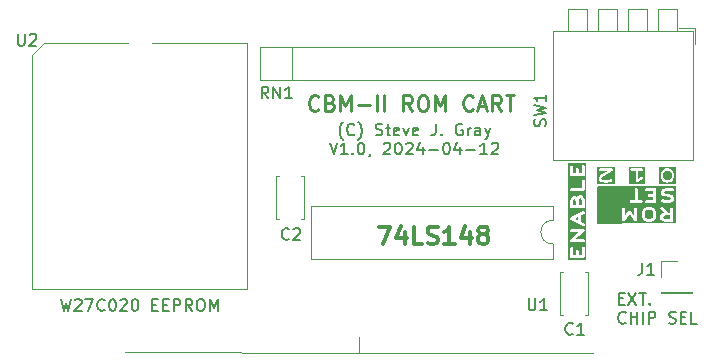
<source format=gbr>
%TF.GenerationSoftware,KiCad,Pcbnew,7.0.10*%
%TF.CreationDate,2024-04-12T13:43:35-04:00*%
%TF.ProjectId,cbm2romcart,63626d32-726f-46d6-9361-72742e6b6963,rev?*%
%TF.SameCoordinates,Original*%
%TF.FileFunction,Legend,Top*%
%TF.FilePolarity,Positive*%
%FSLAX46Y46*%
G04 Gerber Fmt 4.6, Leading zero omitted, Abs format (unit mm)*
G04 Created by KiCad (PCBNEW 7.0.10) date 2024-04-12 13:43:35*
%MOMM*%
%LPD*%
G01*
G04 APERTURE LIST*
%ADD10C,0.150000*%
%ADD11C,0.200000*%
%ADD12C,0.250000*%
%ADD13C,0.300000*%
%ADD14C,0.120000*%
%ADD15C,0.100000*%
G04 APERTURE END LIST*
D10*
X173964600Y-99161600D02*
X175844200Y-99161600D01*
X175844200Y-102158800D01*
X173964600Y-102158800D01*
X173964600Y-99161600D01*
G36*
X173964600Y-99161600D02*
G01*
X175844200Y-99161600D01*
X175844200Y-102158800D01*
X173964600Y-102158800D01*
X173964600Y-99161600D01*
G37*
D11*
G36*
X175342935Y-98911637D02*
G01*
X173869717Y-98911637D01*
X173869717Y-98478304D01*
X174012574Y-98478304D01*
X174013322Y-98480606D01*
X174012681Y-98482944D01*
X174022805Y-98509793D01*
X174031672Y-98537083D01*
X174033632Y-98538507D01*
X174034487Y-98540773D01*
X174110677Y-98636011D01*
X174124855Y-98645338D01*
X174135764Y-98658342D01*
X174211956Y-98705961D01*
X174224545Y-98709101D01*
X174235128Y-98716609D01*
X174387508Y-98764228D01*
X174402796Y-98764055D01*
X174417336Y-98768780D01*
X174798288Y-98768780D01*
X174812827Y-98764055D01*
X174828115Y-98764228D01*
X174980496Y-98716609D01*
X174991077Y-98709101D01*
X175003669Y-98705961D01*
X175079860Y-98658342D01*
X175119582Y-98610994D01*
X175123888Y-98549341D01*
X175091132Y-98496931D01*
X175033827Y-98473784D01*
X174973861Y-98488742D01*
X174908570Y-98529547D01*
X174783027Y-98568780D01*
X174432597Y-98568780D01*
X174307054Y-98529548D01*
X174256208Y-98497769D01*
X174212574Y-98443226D01*
X174212574Y-98408065D01*
X174264423Y-98310846D01*
X175156050Y-97753580D01*
X175158380Y-97750802D01*
X175161829Y-97749682D01*
X175178042Y-97727365D01*
X175195773Y-97706232D01*
X175196025Y-97702614D01*
X175198156Y-97699682D01*
X175198156Y-97672104D01*
X175200078Y-97644579D01*
X175198156Y-97641503D01*
X175198156Y-97637878D01*
X175181942Y-97615561D01*
X175167322Y-97592169D01*
X175163959Y-97590810D01*
X175161829Y-97587878D01*
X175135602Y-97579356D01*
X175110017Y-97569022D01*
X175106497Y-97569899D01*
X175103050Y-97568780D01*
X174112574Y-97568780D01*
X174053795Y-97587878D01*
X174017468Y-97637878D01*
X174017468Y-97699682D01*
X174053795Y-97749682D01*
X174112574Y-97768780D01*
X174754370Y-97768780D01*
X174135764Y-98155409D01*
X174119148Y-98175214D01*
X174100528Y-98193151D01*
X174024339Y-98336007D01*
X174020086Y-98359943D01*
X174012574Y-98383066D01*
X174012574Y-98478304D01*
X173869717Y-98478304D01*
X173869717Y-97425923D01*
X175342935Y-97425923D01*
X175342935Y-98911637D01*
G37*
D12*
G36*
X172275504Y-101981385D02*
G01*
X171965727Y-101826497D01*
X172275504Y-101671608D01*
X172275504Y-101981385D01*
G37*
G36*
X171975041Y-100199364D02*
G01*
X172001498Y-100239050D01*
X172037409Y-100346783D01*
X172037409Y-100701498D01*
X171811219Y-100701498D01*
X171811219Y-100346781D01*
X171847128Y-100239051D01*
X171873587Y-100199364D01*
X171918362Y-100165783D01*
X171930266Y-100165783D01*
X171975041Y-100199364D01*
G37*
G36*
X172498851Y-100127936D02*
G01*
X172525309Y-100167623D01*
X172561219Y-100275354D01*
X172561219Y-100701498D01*
X172287409Y-100701498D01*
X172287409Y-100340217D01*
X172326985Y-100162123D01*
X172349777Y-100127935D01*
X172394551Y-100094355D01*
X172454076Y-100094355D01*
X172498851Y-100127936D01*
G37*
G36*
X172954076Y-105308641D02*
G01*
X171418362Y-105308641D01*
X171418362Y-105040784D01*
X171561219Y-105040784D01*
X171563789Y-105049539D01*
X171562491Y-105058573D01*
X171573557Y-105082805D01*
X171581062Y-105108364D01*
X171587958Y-105114339D01*
X171591750Y-105122642D01*
X171614162Y-105137045D01*
X171634292Y-105154488D01*
X171643324Y-105155786D01*
X171651002Y-105160721D01*
X171686219Y-105165784D01*
X172686219Y-105165784D01*
X172694974Y-105163213D01*
X172704008Y-105164512D01*
X172728240Y-105153445D01*
X172753799Y-105145941D01*
X172759774Y-105139044D01*
X172768077Y-105135253D01*
X172782480Y-105112840D01*
X172799923Y-105092711D01*
X172801221Y-105083678D01*
X172806156Y-105076001D01*
X172811219Y-105040784D01*
X172811219Y-104326498D01*
X172791376Y-104258918D01*
X172738146Y-104212794D01*
X172668430Y-104202770D01*
X172604361Y-104232029D01*
X172566282Y-104291281D01*
X172561219Y-104326498D01*
X172561219Y-104915784D01*
X172287409Y-104915784D01*
X172287409Y-104540784D01*
X172267566Y-104473204D01*
X172214336Y-104427080D01*
X172144620Y-104417056D01*
X172080551Y-104446315D01*
X172042472Y-104505567D01*
X172037409Y-104540784D01*
X172037409Y-104915784D01*
X171811219Y-104915784D01*
X171811219Y-104326498D01*
X171791376Y-104258918D01*
X171738146Y-104212794D01*
X171668430Y-104202770D01*
X171604361Y-104232029D01*
X171566282Y-104291281D01*
X171561219Y-104326498D01*
X171561219Y-105040784D01*
X171418362Y-105040784D01*
X171418362Y-103701430D01*
X171562491Y-103701430D01*
X171566142Y-103709425D01*
X171566095Y-103718213D01*
X171580548Y-103740971D01*
X171591750Y-103765499D01*
X171599143Y-103770250D01*
X171603855Y-103777669D01*
X171628320Y-103789001D01*
X171651002Y-103803578D01*
X171663745Y-103805410D01*
X171667765Y-103807272D01*
X171672317Y-103806642D01*
X171686219Y-103808641D01*
X172686219Y-103808641D01*
X172753799Y-103788798D01*
X172799923Y-103735568D01*
X172809947Y-103665852D01*
X172780688Y-103601783D01*
X172721436Y-103563704D01*
X172686219Y-103558641D01*
X172024126Y-103558641D01*
X172767568Y-102921405D01*
X172782267Y-102898800D01*
X172799923Y-102878425D01*
X172801173Y-102869727D01*
X172805965Y-102862359D01*
X172806109Y-102835397D01*
X172809947Y-102808709D01*
X172806295Y-102800713D01*
X172806343Y-102791926D01*
X172791889Y-102769167D01*
X172780688Y-102744640D01*
X172773294Y-102739888D01*
X172768583Y-102732470D01*
X172744117Y-102721137D01*
X172721436Y-102706561D01*
X172708692Y-102704728D01*
X172704673Y-102702867D01*
X172700120Y-102703496D01*
X172686219Y-102701498D01*
X171686219Y-102701498D01*
X171618639Y-102721341D01*
X171572515Y-102774571D01*
X171562491Y-102844287D01*
X171591750Y-102908356D01*
X171651002Y-102946435D01*
X171686219Y-102951498D01*
X172348312Y-102951498D01*
X171604870Y-103588734D01*
X171590170Y-103611338D01*
X171572515Y-103631714D01*
X171571264Y-103640411D01*
X171566473Y-103647780D01*
X171566328Y-103674741D01*
X171562491Y-103701430D01*
X171418362Y-103701430D01*
X171418362Y-101830902D01*
X171561297Y-101830902D01*
X171565595Y-101843837D01*
X171565115Y-101857465D01*
X171576487Y-101876611D01*
X171583509Y-101897741D01*
X171594121Y-101906300D01*
X171601083Y-101918022D01*
X171630317Y-101938300D01*
X172630317Y-102438300D01*
X172699637Y-102450775D01*
X172764696Y-102423792D01*
X172804840Y-102365919D01*
X172807323Y-102295529D01*
X172771356Y-102234972D01*
X172742121Y-102214694D01*
X172525504Y-102106385D01*
X172525504Y-101546608D01*
X172742121Y-101438300D01*
X172793692Y-101390330D01*
X172811141Y-101322092D01*
X172788929Y-101255253D01*
X172734107Y-101211033D01*
X172664081Y-101203473D01*
X172630317Y-101214694D01*
X171630317Y-101714694D01*
X171620334Y-101723979D01*
X171607742Y-101729202D01*
X171595051Y-101747497D01*
X171578746Y-101762664D01*
X171575368Y-101775872D01*
X171567598Y-101787075D01*
X171566812Y-101809330D01*
X171561297Y-101830902D01*
X171418362Y-101830902D01*
X171418362Y-100826498D01*
X171561219Y-100826498D01*
X171563789Y-100835253D01*
X171562491Y-100844287D01*
X171573557Y-100868519D01*
X171581062Y-100894078D01*
X171587958Y-100900053D01*
X171591750Y-100908356D01*
X171614162Y-100922759D01*
X171634292Y-100940202D01*
X171643324Y-100941500D01*
X171651002Y-100946435D01*
X171686219Y-100951498D01*
X172686219Y-100951498D01*
X172694974Y-100948927D01*
X172704008Y-100950226D01*
X172728240Y-100939159D01*
X172753799Y-100931655D01*
X172759774Y-100924758D01*
X172768077Y-100920967D01*
X172782480Y-100898554D01*
X172799923Y-100878425D01*
X172801221Y-100869392D01*
X172806156Y-100861715D01*
X172811219Y-100826498D01*
X172811219Y-100255069D01*
X172810559Y-100252822D01*
X172811138Y-100250551D01*
X172804804Y-100215540D01*
X172757185Y-100072684D01*
X172756053Y-100071056D01*
X172742606Y-100042874D01*
X172694986Y-99971445D01*
X172692325Y-99969216D01*
X172691115Y-99965963D01*
X172665980Y-99940783D01*
X172570742Y-99869355D01*
X172549784Y-99861516D01*
X172530959Y-99849418D01*
X172508994Y-99846260D01*
X172504772Y-99844681D01*
X172502074Y-99845265D01*
X172495742Y-99844355D01*
X172352885Y-99844355D01*
X172331417Y-99850658D01*
X172309097Y-99852275D01*
X172289629Y-99862928D01*
X172285305Y-99864198D01*
X172283497Y-99866283D01*
X172277885Y-99869355D01*
X172182647Y-99940783D01*
X172180569Y-99943563D01*
X172177388Y-99944952D01*
X172153641Y-99971446D01*
X172131699Y-100004358D01*
X172046933Y-99940783D01*
X172025975Y-99932944D01*
X172007150Y-99920846D01*
X171985186Y-99917688D01*
X171980964Y-99916109D01*
X171978265Y-99916693D01*
X171971933Y-99915783D01*
X171876695Y-99915783D01*
X171855227Y-99922086D01*
X171832906Y-99923703D01*
X171813438Y-99934356D01*
X171809115Y-99935626D01*
X171807308Y-99937711D01*
X171801695Y-99940783D01*
X171706457Y-100012212D01*
X171704379Y-100014992D01*
X171701198Y-100016381D01*
X171677451Y-100042875D01*
X171629831Y-100114304D01*
X171629239Y-100116200D01*
X171615252Y-100144113D01*
X171567634Y-100286970D01*
X171567549Y-100289308D01*
X171566282Y-100291281D01*
X171561219Y-100326498D01*
X171561219Y-100826498D01*
X171418362Y-100826498D01*
X171418362Y-99344287D01*
X171562491Y-99344287D01*
X171591750Y-99408356D01*
X171651002Y-99446435D01*
X171686219Y-99451498D01*
X172686219Y-99451498D01*
X172694974Y-99448927D01*
X172704008Y-99450226D01*
X172728240Y-99439159D01*
X172753799Y-99431655D01*
X172759774Y-99424758D01*
X172768077Y-99420967D01*
X172782480Y-99398554D01*
X172799923Y-99378425D01*
X172801221Y-99369392D01*
X172806156Y-99361715D01*
X172811219Y-99326498D01*
X172811219Y-98612212D01*
X172791376Y-98544632D01*
X172738146Y-98498508D01*
X172668430Y-98488484D01*
X172604361Y-98517743D01*
X172566282Y-98576995D01*
X172561219Y-98612212D01*
X172561219Y-99201498D01*
X171686219Y-99201498D01*
X171618639Y-99221341D01*
X171572515Y-99274571D01*
X171562491Y-99344287D01*
X171418362Y-99344287D01*
X171418362Y-98112212D01*
X171561219Y-98112212D01*
X171563789Y-98120967D01*
X171562491Y-98130001D01*
X171573557Y-98154233D01*
X171581062Y-98179792D01*
X171587958Y-98185767D01*
X171591750Y-98194070D01*
X171614162Y-98208473D01*
X171634292Y-98225916D01*
X171643324Y-98227214D01*
X171651002Y-98232149D01*
X171686219Y-98237212D01*
X172686219Y-98237212D01*
X172694974Y-98234641D01*
X172704008Y-98235940D01*
X172728240Y-98224873D01*
X172753799Y-98217369D01*
X172759774Y-98210472D01*
X172768077Y-98206681D01*
X172782480Y-98184268D01*
X172799923Y-98164139D01*
X172801221Y-98155106D01*
X172806156Y-98147429D01*
X172811219Y-98112212D01*
X172811219Y-97397926D01*
X172791376Y-97330346D01*
X172738146Y-97284222D01*
X172668430Y-97274198D01*
X172604361Y-97303457D01*
X172566282Y-97362709D01*
X172561219Y-97397926D01*
X172561219Y-97987212D01*
X172287409Y-97987212D01*
X172287409Y-97612212D01*
X172267566Y-97544632D01*
X172214336Y-97498508D01*
X172144620Y-97488484D01*
X172080551Y-97517743D01*
X172042472Y-97576995D01*
X172037409Y-97612212D01*
X172037409Y-97987212D01*
X171811219Y-97987212D01*
X171811219Y-97397926D01*
X171791376Y-97330346D01*
X171738146Y-97284222D01*
X171668430Y-97274198D01*
X171604361Y-97303457D01*
X171566282Y-97362709D01*
X171561219Y-97397926D01*
X171561219Y-98112212D01*
X171418362Y-98112212D01*
X171418362Y-97131341D01*
X172954076Y-97131341D01*
X172954076Y-105308641D01*
G37*
D11*
G36*
X179988589Y-97808013D02*
G01*
X180039433Y-97839790D01*
X180095724Y-97910153D01*
X180159260Y-98068992D01*
X180159260Y-98268568D01*
X180095724Y-98427407D01*
X180039433Y-98497770D01*
X179988589Y-98529547D01*
X179863046Y-98568780D01*
X179741187Y-98568780D01*
X179615644Y-98529548D01*
X179564799Y-98497769D01*
X179508508Y-98427405D01*
X179444974Y-98268569D01*
X179444974Y-98068991D01*
X179508508Y-97910155D01*
X179564799Y-97839791D01*
X179615643Y-97808013D01*
X179741188Y-97768780D01*
X179863045Y-97768780D01*
X179988589Y-97808013D01*
G37*
G36*
X180502117Y-98911637D02*
G01*
X179102117Y-98911637D01*
X179102117Y-98287828D01*
X179244974Y-98287828D01*
X179250862Y-98305950D01*
X179252126Y-98324967D01*
X179328316Y-98515443D01*
X179337831Y-98526863D01*
X179343077Y-98540774D01*
X179419269Y-98636012D01*
X179433445Y-98645338D01*
X179444355Y-98658342D01*
X179520545Y-98705961D01*
X179533136Y-98709101D01*
X179543718Y-98716609D01*
X179696098Y-98764228D01*
X179711386Y-98764055D01*
X179725926Y-98768780D01*
X179878307Y-98768780D01*
X179892846Y-98764055D01*
X179908134Y-98764228D01*
X180060515Y-98716609D01*
X180071096Y-98709101D01*
X180083688Y-98705961D01*
X180159879Y-98658342D01*
X180170787Y-98645338D01*
X180184966Y-98636011D01*
X180261156Y-98540773D01*
X180266400Y-98526864D01*
X180275917Y-98515443D01*
X180352108Y-98324967D01*
X180353371Y-98305950D01*
X180359260Y-98287828D01*
X180359260Y-98049733D01*
X180353371Y-98031610D01*
X180352108Y-98012594D01*
X180275917Y-97822118D01*
X180266400Y-97810696D01*
X180261156Y-97796788D01*
X180184966Y-97701550D01*
X180170787Y-97692222D01*
X180159879Y-97679219D01*
X180083688Y-97631600D01*
X180071098Y-97628459D01*
X180060516Y-97620952D01*
X179908135Y-97573332D01*
X179892846Y-97573504D01*
X179878307Y-97568780D01*
X179725926Y-97568780D01*
X179711386Y-97573504D01*
X179696098Y-97573332D01*
X179543717Y-97620952D01*
X179533134Y-97628459D01*
X179520545Y-97631600D01*
X179444355Y-97679219D01*
X179433445Y-97692222D01*
X179419269Y-97701549D01*
X179343077Y-97796787D01*
X179337831Y-97810697D01*
X179328316Y-97822118D01*
X179252126Y-98012594D01*
X179250862Y-98031610D01*
X179244974Y-98049733D01*
X179244974Y-98287828D01*
X179102117Y-98287828D01*
X179102117Y-97425923D01*
X180502117Y-97425923D01*
X180502117Y-98911637D01*
G37*
D12*
G36*
X178475716Y-101118691D02*
G01*
X178571099Y-101182279D01*
X178620412Y-101313779D01*
X178620412Y-101601781D01*
X178571099Y-101733281D01*
X178475717Y-101796869D01*
X178367986Y-101832780D01*
X178122841Y-101832780D01*
X178015108Y-101796870D01*
X177919724Y-101733280D01*
X177870412Y-101601779D01*
X177870412Y-101313781D01*
X177919724Y-101182280D01*
X178015108Y-101118691D01*
X178122839Y-101082780D01*
X178367985Y-101082780D01*
X178475716Y-101118691D01*
G37*
G36*
X180048984Y-101832780D02*
G01*
X179622841Y-101832780D01*
X179515107Y-101796869D01*
X179475421Y-101770412D01*
X179441841Y-101725637D01*
X179441841Y-101666113D01*
X179475421Y-101621338D01*
X179515107Y-101594881D01*
X179622841Y-101558971D01*
X180048984Y-101558971D01*
X180048984Y-101832780D01*
G37*
G36*
X180513269Y-102225637D02*
G01*
X175834698Y-102225637D01*
X175834698Y-101957780D01*
X175977555Y-101957780D01*
X175986808Y-101989293D01*
X175994810Y-102021152D01*
X175996676Y-102022903D01*
X175997398Y-102025360D01*
X176022221Y-102046869D01*
X176046175Y-102069343D01*
X176048692Y-102069807D01*
X176050628Y-102071484D01*
X176083132Y-102076157D01*
X176115441Y-102082115D01*
X176117811Y-102081143D01*
X176120344Y-102081508D01*
X176150213Y-102067867D01*
X176180616Y-102055410D01*
X176182958Y-102052913D01*
X176184413Y-102052249D01*
X176186221Y-102049435D01*
X176204959Y-102029463D01*
X176602555Y-101461469D01*
X177000151Y-102029463D01*
X177025802Y-102049972D01*
X177050628Y-102071484D01*
X177053162Y-102071848D01*
X177055162Y-102073447D01*
X177087824Y-102076832D01*
X177120344Y-102081508D01*
X177122673Y-102080444D01*
X177125220Y-102080708D01*
X177154528Y-102065896D01*
X177184413Y-102052249D01*
X177185797Y-102050094D01*
X177188082Y-102048940D01*
X177204728Y-102020637D01*
X177222492Y-101992997D01*
X177222979Y-101989607D01*
X177223790Y-101988229D01*
X177223657Y-101984887D01*
X177227555Y-101957780D01*
X177227555Y-101624447D01*
X177620412Y-101624447D01*
X177621740Y-101628972D01*
X177620746Y-101633585D01*
X177628371Y-101668338D01*
X177699800Y-101858814D01*
X177712530Y-101875756D01*
X177721010Y-101895182D01*
X177739739Y-101911969D01*
X177742109Y-101915124D01*
X177744069Y-101915851D01*
X177747503Y-101918929D01*
X177890361Y-102014167D01*
X177892253Y-102014757D01*
X177920170Y-102028746D01*
X178063026Y-102076365D01*
X178065365Y-102076449D01*
X178067338Y-102077717D01*
X178102555Y-102082780D01*
X178388269Y-102082780D01*
X178390515Y-102082120D01*
X178392786Y-102082699D01*
X178427797Y-102076365D01*
X178570655Y-102028747D01*
X178572289Y-102027611D01*
X178600465Y-102014167D01*
X178743322Y-101918929D01*
X178756929Y-101902681D01*
X178773919Y-101890010D01*
X178786010Y-101867958D01*
X178788545Y-101864932D01*
X178788807Y-101862856D01*
X178791025Y-101858813D01*
X178825341Y-101767304D01*
X179191841Y-101767304D01*
X179198144Y-101788771D01*
X179199761Y-101811092D01*
X179210414Y-101830559D01*
X179211684Y-101834884D01*
X179213769Y-101836691D01*
X179216841Y-101842304D01*
X179288269Y-101937542D01*
X179291049Y-101939619D01*
X179292438Y-101942801D01*
X179318932Y-101966549D01*
X179390361Y-102014168D01*
X179392258Y-102014759D01*
X179420170Y-102028746D01*
X179563026Y-102076365D01*
X179565365Y-102076449D01*
X179567338Y-102077717D01*
X179602555Y-102082780D01*
X180173984Y-102082780D01*
X180182739Y-102080209D01*
X180191773Y-102081508D01*
X180216005Y-102070441D01*
X180241564Y-102062937D01*
X180247539Y-102056040D01*
X180255842Y-102052249D01*
X180270245Y-102029836D01*
X180287688Y-102009707D01*
X180288986Y-102000674D01*
X180293921Y-101992997D01*
X180298984Y-101957780D01*
X180298984Y-100957780D01*
X180279141Y-100890200D01*
X180225911Y-100844076D01*
X180156195Y-100834052D01*
X180092126Y-100863311D01*
X180054047Y-100922563D01*
X180048984Y-100957780D01*
X180048984Y-101308971D01*
X179866841Y-101308971D01*
X179403048Y-100867263D01*
X179340426Y-100835025D01*
X179270315Y-100841761D01*
X179214977Y-100885332D01*
X179191979Y-100951905D01*
X179208624Y-101020343D01*
X179230634Y-101048297D01*
X179524544Y-101328213D01*
X179420170Y-101363005D01*
X179418542Y-101364135D01*
X179390361Y-101377583D01*
X179318932Y-101425202D01*
X179316702Y-101427863D01*
X179313449Y-101429074D01*
X179288269Y-101454209D01*
X179216841Y-101549447D01*
X179209002Y-101570404D01*
X179196904Y-101589230D01*
X179193746Y-101611194D01*
X179192167Y-101615417D01*
X179192751Y-101618114D01*
X179191841Y-101624447D01*
X179191841Y-101767304D01*
X178825341Y-101767304D01*
X178862453Y-101668337D01*
X178862797Y-101663633D01*
X178865349Y-101659664D01*
X178870412Y-101624447D01*
X178870412Y-101291114D01*
X178869083Y-101286588D01*
X178870078Y-101281976D01*
X178862453Y-101247224D01*
X178791025Y-101056748D01*
X178778297Y-101039807D01*
X178769816Y-101020379D01*
X178751085Y-101003590D01*
X178748717Y-101000438D01*
X178746757Y-100999710D01*
X178743322Y-100996632D01*
X178600465Y-100901394D01*
X178598568Y-100900802D01*
X178570656Y-100886815D01*
X178427798Y-100839195D01*
X178425458Y-100839110D01*
X178423486Y-100837843D01*
X178388269Y-100832780D01*
X178102555Y-100832780D01*
X178100308Y-100833439D01*
X178098037Y-100832861D01*
X178063026Y-100839195D01*
X177920169Y-100886815D01*
X177918541Y-100887946D01*
X177890361Y-100901394D01*
X177747503Y-100996632D01*
X177733897Y-101012877D01*
X177716906Y-101025550D01*
X177704813Y-101047604D01*
X177702280Y-101050629D01*
X177702017Y-101052703D01*
X177699800Y-101056747D01*
X177628371Y-101247223D01*
X177628026Y-101251927D01*
X177625475Y-101255897D01*
X177620412Y-101291114D01*
X177620412Y-101624447D01*
X177227555Y-101624447D01*
X177227555Y-100957780D01*
X177207712Y-100890200D01*
X177154482Y-100844076D01*
X177084766Y-100834052D01*
X177020697Y-100863311D01*
X176982618Y-100922563D01*
X176977555Y-100957780D01*
X176977555Y-101561234D01*
X176704959Y-101171812D01*
X176681159Y-101152782D01*
X176658935Y-101131932D01*
X176653925Y-101131008D01*
X176649948Y-101127828D01*
X176619638Y-101124686D01*
X176589669Y-101119161D01*
X176584955Y-101121092D01*
X176579890Y-101120567D01*
X176552690Y-101134312D01*
X176524494Y-101145865D01*
X176519684Y-101150991D01*
X176517028Y-101152334D01*
X176514680Y-101156324D01*
X176500151Y-101171812D01*
X176227555Y-101561234D01*
X176227555Y-100957780D01*
X176207712Y-100890200D01*
X176154482Y-100844076D01*
X176084766Y-100834052D01*
X176020697Y-100863311D01*
X175982618Y-100922563D01*
X175977555Y-100957780D01*
X175977555Y-101957780D01*
X175834698Y-101957780D01*
X175834698Y-100365569D01*
X176621685Y-100365569D01*
X176650944Y-100429638D01*
X176710196Y-100467717D01*
X176745413Y-100472780D01*
X177602555Y-100472780D01*
X177670135Y-100452937D01*
X177716259Y-100399707D01*
X177721167Y-100365569D01*
X177907399Y-100365569D01*
X177936658Y-100429638D01*
X177995910Y-100467717D01*
X178031127Y-100472780D01*
X178745413Y-100472780D01*
X178754168Y-100470209D01*
X178763202Y-100471508D01*
X178787434Y-100460441D01*
X178812993Y-100452937D01*
X178818968Y-100446040D01*
X178827271Y-100442249D01*
X178841674Y-100419836D01*
X178859117Y-100399707D01*
X178860415Y-100390674D01*
X178865350Y-100382997D01*
X178870413Y-100347780D01*
X178870413Y-99633495D01*
X179263269Y-99633495D01*
X179269572Y-99654962D01*
X179271189Y-99677284D01*
X179281842Y-99696751D01*
X179283112Y-99701075D01*
X179285197Y-99702881D01*
X179288269Y-99708495D01*
X179359698Y-99803733D01*
X179362478Y-99805810D01*
X179363867Y-99808992D01*
X179390361Y-99832740D01*
X179461790Y-99880359D01*
X179463687Y-99880950D01*
X179491599Y-99894937D01*
X179634455Y-99942556D01*
X179639146Y-99942725D01*
X179653434Y-99947270D01*
X179929475Y-99993276D01*
X180047144Y-100032499D01*
X180086831Y-100058958D01*
X180120412Y-100103732D01*
X180120412Y-100115637D01*
X180086831Y-100160411D01*
X180047144Y-100186870D01*
X179939415Y-100222780D01*
X179616274Y-100222780D01*
X179415385Y-100178138D01*
X179345110Y-100182848D01*
X179288537Y-100224805D01*
X179263628Y-100290686D01*
X179278292Y-100359577D01*
X179327873Y-100409602D01*
X179361153Y-100422184D01*
X179575439Y-100469803D01*
X179579809Y-100469510D01*
X179602555Y-100472780D01*
X179959698Y-100472780D01*
X179961944Y-100472120D01*
X179964216Y-100472699D01*
X179999226Y-100466365D01*
X180142083Y-100418747D01*
X180143714Y-100417613D01*
X180171892Y-100404168D01*
X180243321Y-100356548D01*
X180245547Y-100353889D01*
X180248804Y-100352678D01*
X180273984Y-100327542D01*
X180345412Y-100232304D01*
X180353250Y-100211346D01*
X180365349Y-100192521D01*
X180368506Y-100170556D01*
X180370086Y-100166334D01*
X180369501Y-100163636D01*
X180370412Y-100157304D01*
X180370412Y-100062066D01*
X180364108Y-100040598D01*
X180362492Y-100018278D01*
X180351838Y-99998810D01*
X180350569Y-99994486D01*
X180348483Y-99992678D01*
X180345412Y-99987066D01*
X180273984Y-99891828D01*
X180271203Y-99889750D01*
X180269815Y-99886569D01*
X180243321Y-99862822D01*
X180171892Y-99815202D01*
X180169995Y-99814610D01*
X180142083Y-99800623D01*
X179999226Y-99753005D01*
X179994536Y-99752835D01*
X179980248Y-99748291D01*
X179704211Y-99702284D01*
X179586536Y-99663060D01*
X179546850Y-99636603D01*
X179513269Y-99591828D01*
X179513269Y-99579923D01*
X179546850Y-99535148D01*
X179586535Y-99508691D01*
X179694268Y-99472780D01*
X180017406Y-99472780D01*
X180218295Y-99517423D01*
X180288570Y-99512713D01*
X180345143Y-99470757D01*
X180370052Y-99404875D01*
X180355389Y-99335985D01*
X180305808Y-99285959D01*
X180272528Y-99273377D01*
X180058244Y-99225757D01*
X180053872Y-99226050D01*
X180031127Y-99222780D01*
X179673984Y-99222780D01*
X179671737Y-99223439D01*
X179669466Y-99222861D01*
X179634455Y-99229195D01*
X179491598Y-99276815D01*
X179489968Y-99277947D01*
X179461790Y-99291393D01*
X179390361Y-99339012D01*
X179388132Y-99341672D01*
X179384879Y-99342883D01*
X179359698Y-99368019D01*
X179288269Y-99463257D01*
X179280430Y-99484214D01*
X179268332Y-99503040D01*
X179265174Y-99525003D01*
X179263595Y-99529226D01*
X179264179Y-99531924D01*
X179263269Y-99538257D01*
X179263269Y-99633495D01*
X178870413Y-99633495D01*
X178870413Y-99347780D01*
X178867842Y-99339024D01*
X178869141Y-99329991D01*
X178858074Y-99305758D01*
X178850570Y-99280200D01*
X178843673Y-99274224D01*
X178839882Y-99265922D01*
X178817469Y-99251518D01*
X178797340Y-99234076D01*
X178788307Y-99232777D01*
X178780630Y-99227843D01*
X178745413Y-99222780D01*
X178031127Y-99222780D01*
X177963547Y-99242623D01*
X177917423Y-99295853D01*
X177907399Y-99365569D01*
X177936658Y-99429638D01*
X177995910Y-99467717D01*
X178031127Y-99472780D01*
X178620413Y-99472780D01*
X178620413Y-99746590D01*
X178245413Y-99746590D01*
X178177833Y-99766433D01*
X178131709Y-99819663D01*
X178121685Y-99889379D01*
X178150944Y-99953448D01*
X178210196Y-99991527D01*
X178245413Y-99996590D01*
X178620413Y-99996590D01*
X178620413Y-100222780D01*
X178031127Y-100222780D01*
X177963547Y-100242623D01*
X177917423Y-100295853D01*
X177907399Y-100365569D01*
X177721167Y-100365569D01*
X177726283Y-100329991D01*
X177697024Y-100265922D01*
X177637772Y-100227843D01*
X177602555Y-100222780D01*
X177298984Y-100222780D01*
X177298984Y-99347780D01*
X177279141Y-99280200D01*
X177225911Y-99234076D01*
X177156195Y-99224052D01*
X177092126Y-99253311D01*
X177054047Y-99312563D01*
X177048984Y-99347780D01*
X177048984Y-100222780D01*
X176745413Y-100222780D01*
X176677833Y-100242623D01*
X176631709Y-100295853D01*
X176621685Y-100365569D01*
X175834698Y-100365569D01*
X175834698Y-99079923D01*
X180513269Y-99079923D01*
X180513269Y-102225637D01*
G37*
D11*
G36*
X177911311Y-98910859D02*
G01*
X176516211Y-98910859D01*
X176516211Y-97699682D01*
X176659068Y-97699682D01*
X176695395Y-97749682D01*
X176754174Y-97768780D01*
X177111317Y-97768780D01*
X177111317Y-98668780D01*
X177118074Y-98689577D01*
X177120798Y-98711283D01*
X177127422Y-98718349D01*
X177130415Y-98727559D01*
X177148110Y-98740415D01*
X177163069Y-98756371D01*
X177172579Y-98758193D01*
X177180415Y-98763886D01*
X177202288Y-98763886D01*
X177223768Y-98768002D01*
X177232534Y-98763886D01*
X177242219Y-98763886D01*
X177259914Y-98751029D01*
X177279711Y-98741734D01*
X177424972Y-98605551D01*
X177558178Y-98522297D01*
X177698287Y-98478514D01*
X177748694Y-98442753D01*
X177768454Y-98384194D01*
X177750019Y-98325203D01*
X177700432Y-98288314D01*
X177638632Y-98287618D01*
X177486252Y-98335237D01*
X177475670Y-98342744D01*
X177463079Y-98345885D01*
X177311317Y-98440736D01*
X177311317Y-97768780D01*
X177668460Y-97768780D01*
X177727239Y-97749682D01*
X177763566Y-97699682D01*
X177763566Y-97637878D01*
X177727239Y-97587878D01*
X177668460Y-97568780D01*
X176754174Y-97568780D01*
X176695395Y-97587878D01*
X176659068Y-97637878D01*
X176659068Y-97699682D01*
X176516211Y-97699682D01*
X176516211Y-97425923D01*
X177911311Y-97425923D01*
X177911311Y-98910859D01*
G37*
D10*
X152346779Y-95160771D02*
X152299160Y-95113152D01*
X152299160Y-95113152D02*
X152203922Y-94970295D01*
X152203922Y-94970295D02*
X152156303Y-94875057D01*
X152156303Y-94875057D02*
X152108684Y-94732200D01*
X152108684Y-94732200D02*
X152061065Y-94494104D01*
X152061065Y-94494104D02*
X152061065Y-94303628D01*
X152061065Y-94303628D02*
X152108684Y-94065533D01*
X152108684Y-94065533D02*
X152156303Y-93922676D01*
X152156303Y-93922676D02*
X152203922Y-93827438D01*
X152203922Y-93827438D02*
X152299160Y-93684580D01*
X152299160Y-93684580D02*
X152346779Y-93636961D01*
X153299160Y-94684580D02*
X153251541Y-94732200D01*
X153251541Y-94732200D02*
X153108684Y-94779819D01*
X153108684Y-94779819D02*
X153013446Y-94779819D01*
X153013446Y-94779819D02*
X152870589Y-94732200D01*
X152870589Y-94732200D02*
X152775351Y-94636961D01*
X152775351Y-94636961D02*
X152727732Y-94541723D01*
X152727732Y-94541723D02*
X152680113Y-94351247D01*
X152680113Y-94351247D02*
X152680113Y-94208390D01*
X152680113Y-94208390D02*
X152727732Y-94017914D01*
X152727732Y-94017914D02*
X152775351Y-93922676D01*
X152775351Y-93922676D02*
X152870589Y-93827438D01*
X152870589Y-93827438D02*
X153013446Y-93779819D01*
X153013446Y-93779819D02*
X153108684Y-93779819D01*
X153108684Y-93779819D02*
X153251541Y-93827438D01*
X153251541Y-93827438D02*
X153299160Y-93875057D01*
X153632494Y-95160771D02*
X153680113Y-95113152D01*
X153680113Y-95113152D02*
X153775351Y-94970295D01*
X153775351Y-94970295D02*
X153822970Y-94875057D01*
X153822970Y-94875057D02*
X153870589Y-94732200D01*
X153870589Y-94732200D02*
X153918208Y-94494104D01*
X153918208Y-94494104D02*
X153918208Y-94303628D01*
X153918208Y-94303628D02*
X153870589Y-94065533D01*
X153870589Y-94065533D02*
X153822970Y-93922676D01*
X153822970Y-93922676D02*
X153775351Y-93827438D01*
X153775351Y-93827438D02*
X153680113Y-93684580D01*
X153680113Y-93684580D02*
X153632494Y-93636961D01*
X155108685Y-94732200D02*
X155251542Y-94779819D01*
X155251542Y-94779819D02*
X155489637Y-94779819D01*
X155489637Y-94779819D02*
X155584875Y-94732200D01*
X155584875Y-94732200D02*
X155632494Y-94684580D01*
X155632494Y-94684580D02*
X155680113Y-94589342D01*
X155680113Y-94589342D02*
X155680113Y-94494104D01*
X155680113Y-94494104D02*
X155632494Y-94398866D01*
X155632494Y-94398866D02*
X155584875Y-94351247D01*
X155584875Y-94351247D02*
X155489637Y-94303628D01*
X155489637Y-94303628D02*
X155299161Y-94256009D01*
X155299161Y-94256009D02*
X155203923Y-94208390D01*
X155203923Y-94208390D02*
X155156304Y-94160771D01*
X155156304Y-94160771D02*
X155108685Y-94065533D01*
X155108685Y-94065533D02*
X155108685Y-93970295D01*
X155108685Y-93970295D02*
X155156304Y-93875057D01*
X155156304Y-93875057D02*
X155203923Y-93827438D01*
X155203923Y-93827438D02*
X155299161Y-93779819D01*
X155299161Y-93779819D02*
X155537256Y-93779819D01*
X155537256Y-93779819D02*
X155680113Y-93827438D01*
X155965828Y-94113152D02*
X156346780Y-94113152D01*
X156108685Y-93779819D02*
X156108685Y-94636961D01*
X156108685Y-94636961D02*
X156156304Y-94732200D01*
X156156304Y-94732200D02*
X156251542Y-94779819D01*
X156251542Y-94779819D02*
X156346780Y-94779819D01*
X157061066Y-94732200D02*
X156965828Y-94779819D01*
X156965828Y-94779819D02*
X156775352Y-94779819D01*
X156775352Y-94779819D02*
X156680114Y-94732200D01*
X156680114Y-94732200D02*
X156632495Y-94636961D01*
X156632495Y-94636961D02*
X156632495Y-94256009D01*
X156632495Y-94256009D02*
X156680114Y-94160771D01*
X156680114Y-94160771D02*
X156775352Y-94113152D01*
X156775352Y-94113152D02*
X156965828Y-94113152D01*
X156965828Y-94113152D02*
X157061066Y-94160771D01*
X157061066Y-94160771D02*
X157108685Y-94256009D01*
X157108685Y-94256009D02*
X157108685Y-94351247D01*
X157108685Y-94351247D02*
X156632495Y-94446485D01*
X157442019Y-94113152D02*
X157680114Y-94779819D01*
X157680114Y-94779819D02*
X157918209Y-94113152D01*
X158680114Y-94732200D02*
X158584876Y-94779819D01*
X158584876Y-94779819D02*
X158394400Y-94779819D01*
X158394400Y-94779819D02*
X158299162Y-94732200D01*
X158299162Y-94732200D02*
X158251543Y-94636961D01*
X158251543Y-94636961D02*
X158251543Y-94256009D01*
X158251543Y-94256009D02*
X158299162Y-94160771D01*
X158299162Y-94160771D02*
X158394400Y-94113152D01*
X158394400Y-94113152D02*
X158584876Y-94113152D01*
X158584876Y-94113152D02*
X158680114Y-94160771D01*
X158680114Y-94160771D02*
X158727733Y-94256009D01*
X158727733Y-94256009D02*
X158727733Y-94351247D01*
X158727733Y-94351247D02*
X158251543Y-94446485D01*
X160203924Y-93779819D02*
X160203924Y-94494104D01*
X160203924Y-94494104D02*
X160156305Y-94636961D01*
X160156305Y-94636961D02*
X160061067Y-94732200D01*
X160061067Y-94732200D02*
X159918210Y-94779819D01*
X159918210Y-94779819D02*
X159822972Y-94779819D01*
X160680115Y-94684580D02*
X160727734Y-94732200D01*
X160727734Y-94732200D02*
X160680115Y-94779819D01*
X160680115Y-94779819D02*
X160632496Y-94732200D01*
X160632496Y-94732200D02*
X160680115Y-94684580D01*
X160680115Y-94684580D02*
X160680115Y-94779819D01*
X162442019Y-93827438D02*
X162346781Y-93779819D01*
X162346781Y-93779819D02*
X162203924Y-93779819D01*
X162203924Y-93779819D02*
X162061067Y-93827438D01*
X162061067Y-93827438D02*
X161965829Y-93922676D01*
X161965829Y-93922676D02*
X161918210Y-94017914D01*
X161918210Y-94017914D02*
X161870591Y-94208390D01*
X161870591Y-94208390D02*
X161870591Y-94351247D01*
X161870591Y-94351247D02*
X161918210Y-94541723D01*
X161918210Y-94541723D02*
X161965829Y-94636961D01*
X161965829Y-94636961D02*
X162061067Y-94732200D01*
X162061067Y-94732200D02*
X162203924Y-94779819D01*
X162203924Y-94779819D02*
X162299162Y-94779819D01*
X162299162Y-94779819D02*
X162442019Y-94732200D01*
X162442019Y-94732200D02*
X162489638Y-94684580D01*
X162489638Y-94684580D02*
X162489638Y-94351247D01*
X162489638Y-94351247D02*
X162299162Y-94351247D01*
X162918210Y-94779819D02*
X162918210Y-94113152D01*
X162918210Y-94303628D02*
X162965829Y-94208390D01*
X162965829Y-94208390D02*
X163013448Y-94160771D01*
X163013448Y-94160771D02*
X163108686Y-94113152D01*
X163108686Y-94113152D02*
X163203924Y-94113152D01*
X163965829Y-94779819D02*
X163965829Y-94256009D01*
X163965829Y-94256009D02*
X163918210Y-94160771D01*
X163918210Y-94160771D02*
X163822972Y-94113152D01*
X163822972Y-94113152D02*
X163632496Y-94113152D01*
X163632496Y-94113152D02*
X163537258Y-94160771D01*
X163965829Y-94732200D02*
X163870591Y-94779819D01*
X163870591Y-94779819D02*
X163632496Y-94779819D01*
X163632496Y-94779819D02*
X163537258Y-94732200D01*
X163537258Y-94732200D02*
X163489639Y-94636961D01*
X163489639Y-94636961D02*
X163489639Y-94541723D01*
X163489639Y-94541723D02*
X163537258Y-94446485D01*
X163537258Y-94446485D02*
X163632496Y-94398866D01*
X163632496Y-94398866D02*
X163870591Y-94398866D01*
X163870591Y-94398866D02*
X163965829Y-94351247D01*
X164346782Y-94113152D02*
X164584877Y-94779819D01*
X164822972Y-94113152D02*
X164584877Y-94779819D01*
X164584877Y-94779819D02*
X164489639Y-95017914D01*
X164489639Y-95017914D02*
X164442020Y-95065533D01*
X164442020Y-95065533D02*
X164346782Y-95113152D01*
X151203924Y-95389819D02*
X151537257Y-96389819D01*
X151537257Y-96389819D02*
X151870590Y-95389819D01*
X152727733Y-96389819D02*
X152156305Y-96389819D01*
X152442019Y-96389819D02*
X152442019Y-95389819D01*
X152442019Y-95389819D02*
X152346781Y-95532676D01*
X152346781Y-95532676D02*
X152251543Y-95627914D01*
X152251543Y-95627914D02*
X152156305Y-95675533D01*
X153156305Y-96294580D02*
X153203924Y-96342200D01*
X153203924Y-96342200D02*
X153156305Y-96389819D01*
X153156305Y-96389819D02*
X153108686Y-96342200D01*
X153108686Y-96342200D02*
X153156305Y-96294580D01*
X153156305Y-96294580D02*
X153156305Y-96389819D01*
X153822971Y-95389819D02*
X153918209Y-95389819D01*
X153918209Y-95389819D02*
X154013447Y-95437438D01*
X154013447Y-95437438D02*
X154061066Y-95485057D01*
X154061066Y-95485057D02*
X154108685Y-95580295D01*
X154108685Y-95580295D02*
X154156304Y-95770771D01*
X154156304Y-95770771D02*
X154156304Y-96008866D01*
X154156304Y-96008866D02*
X154108685Y-96199342D01*
X154108685Y-96199342D02*
X154061066Y-96294580D01*
X154061066Y-96294580D02*
X154013447Y-96342200D01*
X154013447Y-96342200D02*
X153918209Y-96389819D01*
X153918209Y-96389819D02*
X153822971Y-96389819D01*
X153822971Y-96389819D02*
X153727733Y-96342200D01*
X153727733Y-96342200D02*
X153680114Y-96294580D01*
X153680114Y-96294580D02*
X153632495Y-96199342D01*
X153632495Y-96199342D02*
X153584876Y-96008866D01*
X153584876Y-96008866D02*
X153584876Y-95770771D01*
X153584876Y-95770771D02*
X153632495Y-95580295D01*
X153632495Y-95580295D02*
X153680114Y-95485057D01*
X153680114Y-95485057D02*
X153727733Y-95437438D01*
X153727733Y-95437438D02*
X153822971Y-95389819D01*
X154632495Y-96342200D02*
X154632495Y-96389819D01*
X154632495Y-96389819D02*
X154584876Y-96485057D01*
X154584876Y-96485057D02*
X154537257Y-96532676D01*
X155775352Y-95485057D02*
X155822971Y-95437438D01*
X155822971Y-95437438D02*
X155918209Y-95389819D01*
X155918209Y-95389819D02*
X156156304Y-95389819D01*
X156156304Y-95389819D02*
X156251542Y-95437438D01*
X156251542Y-95437438D02*
X156299161Y-95485057D01*
X156299161Y-95485057D02*
X156346780Y-95580295D01*
X156346780Y-95580295D02*
X156346780Y-95675533D01*
X156346780Y-95675533D02*
X156299161Y-95818390D01*
X156299161Y-95818390D02*
X155727733Y-96389819D01*
X155727733Y-96389819D02*
X156346780Y-96389819D01*
X156965828Y-95389819D02*
X157061066Y-95389819D01*
X157061066Y-95389819D02*
X157156304Y-95437438D01*
X157156304Y-95437438D02*
X157203923Y-95485057D01*
X157203923Y-95485057D02*
X157251542Y-95580295D01*
X157251542Y-95580295D02*
X157299161Y-95770771D01*
X157299161Y-95770771D02*
X157299161Y-96008866D01*
X157299161Y-96008866D02*
X157251542Y-96199342D01*
X157251542Y-96199342D02*
X157203923Y-96294580D01*
X157203923Y-96294580D02*
X157156304Y-96342200D01*
X157156304Y-96342200D02*
X157061066Y-96389819D01*
X157061066Y-96389819D02*
X156965828Y-96389819D01*
X156965828Y-96389819D02*
X156870590Y-96342200D01*
X156870590Y-96342200D02*
X156822971Y-96294580D01*
X156822971Y-96294580D02*
X156775352Y-96199342D01*
X156775352Y-96199342D02*
X156727733Y-96008866D01*
X156727733Y-96008866D02*
X156727733Y-95770771D01*
X156727733Y-95770771D02*
X156775352Y-95580295D01*
X156775352Y-95580295D02*
X156822971Y-95485057D01*
X156822971Y-95485057D02*
X156870590Y-95437438D01*
X156870590Y-95437438D02*
X156965828Y-95389819D01*
X157680114Y-95485057D02*
X157727733Y-95437438D01*
X157727733Y-95437438D02*
X157822971Y-95389819D01*
X157822971Y-95389819D02*
X158061066Y-95389819D01*
X158061066Y-95389819D02*
X158156304Y-95437438D01*
X158156304Y-95437438D02*
X158203923Y-95485057D01*
X158203923Y-95485057D02*
X158251542Y-95580295D01*
X158251542Y-95580295D02*
X158251542Y-95675533D01*
X158251542Y-95675533D02*
X158203923Y-95818390D01*
X158203923Y-95818390D02*
X157632495Y-96389819D01*
X157632495Y-96389819D02*
X158251542Y-96389819D01*
X159108685Y-95723152D02*
X159108685Y-96389819D01*
X158870590Y-95342200D02*
X158632495Y-96056485D01*
X158632495Y-96056485D02*
X159251542Y-96056485D01*
X159632495Y-96008866D02*
X160394400Y-96008866D01*
X161061066Y-95389819D02*
X161156304Y-95389819D01*
X161156304Y-95389819D02*
X161251542Y-95437438D01*
X161251542Y-95437438D02*
X161299161Y-95485057D01*
X161299161Y-95485057D02*
X161346780Y-95580295D01*
X161346780Y-95580295D02*
X161394399Y-95770771D01*
X161394399Y-95770771D02*
X161394399Y-96008866D01*
X161394399Y-96008866D02*
X161346780Y-96199342D01*
X161346780Y-96199342D02*
X161299161Y-96294580D01*
X161299161Y-96294580D02*
X161251542Y-96342200D01*
X161251542Y-96342200D02*
X161156304Y-96389819D01*
X161156304Y-96389819D02*
X161061066Y-96389819D01*
X161061066Y-96389819D02*
X160965828Y-96342200D01*
X160965828Y-96342200D02*
X160918209Y-96294580D01*
X160918209Y-96294580D02*
X160870590Y-96199342D01*
X160870590Y-96199342D02*
X160822971Y-96008866D01*
X160822971Y-96008866D02*
X160822971Y-95770771D01*
X160822971Y-95770771D02*
X160870590Y-95580295D01*
X160870590Y-95580295D02*
X160918209Y-95485057D01*
X160918209Y-95485057D02*
X160965828Y-95437438D01*
X160965828Y-95437438D02*
X161061066Y-95389819D01*
X162251542Y-95723152D02*
X162251542Y-96389819D01*
X162013447Y-95342200D02*
X161775352Y-96056485D01*
X161775352Y-96056485D02*
X162394399Y-96056485D01*
X162775352Y-96008866D02*
X163537257Y-96008866D01*
X164537256Y-96389819D02*
X163965828Y-96389819D01*
X164251542Y-96389819D02*
X164251542Y-95389819D01*
X164251542Y-95389819D02*
X164156304Y-95532676D01*
X164156304Y-95532676D02*
X164061066Y-95627914D01*
X164061066Y-95627914D02*
X163965828Y-95675533D01*
X164918209Y-95485057D02*
X164965828Y-95437438D01*
X164965828Y-95437438D02*
X165061066Y-95389819D01*
X165061066Y-95389819D02*
X165299161Y-95389819D01*
X165299161Y-95389819D02*
X165394399Y-95437438D01*
X165394399Y-95437438D02*
X165442018Y-95485057D01*
X165442018Y-95485057D02*
X165489637Y-95580295D01*
X165489637Y-95580295D02*
X165489637Y-95675533D01*
X165489637Y-95675533D02*
X165442018Y-95818390D01*
X165442018Y-95818390D02*
X164870590Y-96389819D01*
X164870590Y-96389819D02*
X165489637Y-96389819D01*
D13*
X155351653Y-102491628D02*
X156351653Y-102491628D01*
X156351653Y-102491628D02*
X155708796Y-103991628D01*
X157565939Y-102991628D02*
X157565939Y-103991628D01*
X157208796Y-102420200D02*
X156851653Y-103491628D01*
X156851653Y-103491628D02*
X157780224Y-103491628D01*
X159065938Y-103991628D02*
X158351652Y-103991628D01*
X158351652Y-103991628D02*
X158351652Y-102491628D01*
X159494510Y-103920200D02*
X159708796Y-103991628D01*
X159708796Y-103991628D02*
X160065938Y-103991628D01*
X160065938Y-103991628D02*
X160208796Y-103920200D01*
X160208796Y-103920200D02*
X160280224Y-103848771D01*
X160280224Y-103848771D02*
X160351653Y-103705914D01*
X160351653Y-103705914D02*
X160351653Y-103563057D01*
X160351653Y-103563057D02*
X160280224Y-103420200D01*
X160280224Y-103420200D02*
X160208796Y-103348771D01*
X160208796Y-103348771D02*
X160065938Y-103277342D01*
X160065938Y-103277342D02*
X159780224Y-103205914D01*
X159780224Y-103205914D02*
X159637367Y-103134485D01*
X159637367Y-103134485D02*
X159565938Y-103063057D01*
X159565938Y-103063057D02*
X159494510Y-102920200D01*
X159494510Y-102920200D02*
X159494510Y-102777342D01*
X159494510Y-102777342D02*
X159565938Y-102634485D01*
X159565938Y-102634485D02*
X159637367Y-102563057D01*
X159637367Y-102563057D02*
X159780224Y-102491628D01*
X159780224Y-102491628D02*
X160137367Y-102491628D01*
X160137367Y-102491628D02*
X160351653Y-102563057D01*
X161780224Y-103991628D02*
X160923081Y-103991628D01*
X161351652Y-103991628D02*
X161351652Y-102491628D01*
X161351652Y-102491628D02*
X161208795Y-102705914D01*
X161208795Y-102705914D02*
X161065938Y-102848771D01*
X161065938Y-102848771D02*
X160923081Y-102920200D01*
X163065938Y-102991628D02*
X163065938Y-103991628D01*
X162708795Y-102420200D02*
X162351652Y-103491628D01*
X162351652Y-103491628D02*
X163280223Y-103491628D01*
X164065937Y-103134485D02*
X163923080Y-103063057D01*
X163923080Y-103063057D02*
X163851651Y-102991628D01*
X163851651Y-102991628D02*
X163780223Y-102848771D01*
X163780223Y-102848771D02*
X163780223Y-102777342D01*
X163780223Y-102777342D02*
X163851651Y-102634485D01*
X163851651Y-102634485D02*
X163923080Y-102563057D01*
X163923080Y-102563057D02*
X164065937Y-102491628D01*
X164065937Y-102491628D02*
X164351651Y-102491628D01*
X164351651Y-102491628D02*
X164494509Y-102563057D01*
X164494509Y-102563057D02*
X164565937Y-102634485D01*
X164565937Y-102634485D02*
X164637366Y-102777342D01*
X164637366Y-102777342D02*
X164637366Y-102848771D01*
X164637366Y-102848771D02*
X164565937Y-102991628D01*
X164565937Y-102991628D02*
X164494509Y-103063057D01*
X164494509Y-103063057D02*
X164351651Y-103134485D01*
X164351651Y-103134485D02*
X164065937Y-103134485D01*
X164065937Y-103134485D02*
X163923080Y-103205914D01*
X163923080Y-103205914D02*
X163851651Y-103277342D01*
X163851651Y-103277342D02*
X163780223Y-103420200D01*
X163780223Y-103420200D02*
X163780223Y-103705914D01*
X163780223Y-103705914D02*
X163851651Y-103848771D01*
X163851651Y-103848771D02*
X163923080Y-103920200D01*
X163923080Y-103920200D02*
X164065937Y-103991628D01*
X164065937Y-103991628D02*
X164351651Y-103991628D01*
X164351651Y-103991628D02*
X164494509Y-103920200D01*
X164494509Y-103920200D02*
X164565937Y-103848771D01*
X164565937Y-103848771D02*
X164637366Y-103705914D01*
X164637366Y-103705914D02*
X164637366Y-103420200D01*
X164637366Y-103420200D02*
X164565937Y-103277342D01*
X164565937Y-103277342D02*
X164494509Y-103205914D01*
X164494509Y-103205914D02*
X164351651Y-103134485D01*
D10*
X128437524Y-108648619D02*
X128675619Y-109648619D01*
X128675619Y-109648619D02*
X128866095Y-108934333D01*
X128866095Y-108934333D02*
X129056571Y-109648619D01*
X129056571Y-109648619D02*
X129294667Y-108648619D01*
X129628000Y-108743857D02*
X129675619Y-108696238D01*
X129675619Y-108696238D02*
X129770857Y-108648619D01*
X129770857Y-108648619D02*
X130008952Y-108648619D01*
X130008952Y-108648619D02*
X130104190Y-108696238D01*
X130104190Y-108696238D02*
X130151809Y-108743857D01*
X130151809Y-108743857D02*
X130199428Y-108839095D01*
X130199428Y-108839095D02*
X130199428Y-108934333D01*
X130199428Y-108934333D02*
X130151809Y-109077190D01*
X130151809Y-109077190D02*
X129580381Y-109648619D01*
X129580381Y-109648619D02*
X130199428Y-109648619D01*
X130532762Y-108648619D02*
X131199428Y-108648619D01*
X131199428Y-108648619D02*
X130770857Y-109648619D01*
X132151809Y-109553380D02*
X132104190Y-109601000D01*
X132104190Y-109601000D02*
X131961333Y-109648619D01*
X131961333Y-109648619D02*
X131866095Y-109648619D01*
X131866095Y-109648619D02*
X131723238Y-109601000D01*
X131723238Y-109601000D02*
X131628000Y-109505761D01*
X131628000Y-109505761D02*
X131580381Y-109410523D01*
X131580381Y-109410523D02*
X131532762Y-109220047D01*
X131532762Y-109220047D02*
X131532762Y-109077190D01*
X131532762Y-109077190D02*
X131580381Y-108886714D01*
X131580381Y-108886714D02*
X131628000Y-108791476D01*
X131628000Y-108791476D02*
X131723238Y-108696238D01*
X131723238Y-108696238D02*
X131866095Y-108648619D01*
X131866095Y-108648619D02*
X131961333Y-108648619D01*
X131961333Y-108648619D02*
X132104190Y-108696238D01*
X132104190Y-108696238D02*
X132151809Y-108743857D01*
X132770857Y-108648619D02*
X132866095Y-108648619D01*
X132866095Y-108648619D02*
X132961333Y-108696238D01*
X132961333Y-108696238D02*
X133008952Y-108743857D01*
X133008952Y-108743857D02*
X133056571Y-108839095D01*
X133056571Y-108839095D02*
X133104190Y-109029571D01*
X133104190Y-109029571D02*
X133104190Y-109267666D01*
X133104190Y-109267666D02*
X133056571Y-109458142D01*
X133056571Y-109458142D02*
X133008952Y-109553380D01*
X133008952Y-109553380D02*
X132961333Y-109601000D01*
X132961333Y-109601000D02*
X132866095Y-109648619D01*
X132866095Y-109648619D02*
X132770857Y-109648619D01*
X132770857Y-109648619D02*
X132675619Y-109601000D01*
X132675619Y-109601000D02*
X132628000Y-109553380D01*
X132628000Y-109553380D02*
X132580381Y-109458142D01*
X132580381Y-109458142D02*
X132532762Y-109267666D01*
X132532762Y-109267666D02*
X132532762Y-109029571D01*
X132532762Y-109029571D02*
X132580381Y-108839095D01*
X132580381Y-108839095D02*
X132628000Y-108743857D01*
X132628000Y-108743857D02*
X132675619Y-108696238D01*
X132675619Y-108696238D02*
X132770857Y-108648619D01*
X133485143Y-108743857D02*
X133532762Y-108696238D01*
X133532762Y-108696238D02*
X133628000Y-108648619D01*
X133628000Y-108648619D02*
X133866095Y-108648619D01*
X133866095Y-108648619D02*
X133961333Y-108696238D01*
X133961333Y-108696238D02*
X134008952Y-108743857D01*
X134008952Y-108743857D02*
X134056571Y-108839095D01*
X134056571Y-108839095D02*
X134056571Y-108934333D01*
X134056571Y-108934333D02*
X134008952Y-109077190D01*
X134008952Y-109077190D02*
X133437524Y-109648619D01*
X133437524Y-109648619D02*
X134056571Y-109648619D01*
X134675619Y-108648619D02*
X134770857Y-108648619D01*
X134770857Y-108648619D02*
X134866095Y-108696238D01*
X134866095Y-108696238D02*
X134913714Y-108743857D01*
X134913714Y-108743857D02*
X134961333Y-108839095D01*
X134961333Y-108839095D02*
X135008952Y-109029571D01*
X135008952Y-109029571D02*
X135008952Y-109267666D01*
X135008952Y-109267666D02*
X134961333Y-109458142D01*
X134961333Y-109458142D02*
X134913714Y-109553380D01*
X134913714Y-109553380D02*
X134866095Y-109601000D01*
X134866095Y-109601000D02*
X134770857Y-109648619D01*
X134770857Y-109648619D02*
X134675619Y-109648619D01*
X134675619Y-109648619D02*
X134580381Y-109601000D01*
X134580381Y-109601000D02*
X134532762Y-109553380D01*
X134532762Y-109553380D02*
X134485143Y-109458142D01*
X134485143Y-109458142D02*
X134437524Y-109267666D01*
X134437524Y-109267666D02*
X134437524Y-109029571D01*
X134437524Y-109029571D02*
X134485143Y-108839095D01*
X134485143Y-108839095D02*
X134532762Y-108743857D01*
X134532762Y-108743857D02*
X134580381Y-108696238D01*
X134580381Y-108696238D02*
X134675619Y-108648619D01*
X136199429Y-109124809D02*
X136532762Y-109124809D01*
X136675619Y-109648619D02*
X136199429Y-109648619D01*
X136199429Y-109648619D02*
X136199429Y-108648619D01*
X136199429Y-108648619D02*
X136675619Y-108648619D01*
X137104191Y-109124809D02*
X137437524Y-109124809D01*
X137580381Y-109648619D02*
X137104191Y-109648619D01*
X137104191Y-109648619D02*
X137104191Y-108648619D01*
X137104191Y-108648619D02*
X137580381Y-108648619D01*
X138008953Y-109648619D02*
X138008953Y-108648619D01*
X138008953Y-108648619D02*
X138389905Y-108648619D01*
X138389905Y-108648619D02*
X138485143Y-108696238D01*
X138485143Y-108696238D02*
X138532762Y-108743857D01*
X138532762Y-108743857D02*
X138580381Y-108839095D01*
X138580381Y-108839095D02*
X138580381Y-108981952D01*
X138580381Y-108981952D02*
X138532762Y-109077190D01*
X138532762Y-109077190D02*
X138485143Y-109124809D01*
X138485143Y-109124809D02*
X138389905Y-109172428D01*
X138389905Y-109172428D02*
X138008953Y-109172428D01*
X139580381Y-109648619D02*
X139247048Y-109172428D01*
X139008953Y-109648619D02*
X139008953Y-108648619D01*
X139008953Y-108648619D02*
X139389905Y-108648619D01*
X139389905Y-108648619D02*
X139485143Y-108696238D01*
X139485143Y-108696238D02*
X139532762Y-108743857D01*
X139532762Y-108743857D02*
X139580381Y-108839095D01*
X139580381Y-108839095D02*
X139580381Y-108981952D01*
X139580381Y-108981952D02*
X139532762Y-109077190D01*
X139532762Y-109077190D02*
X139485143Y-109124809D01*
X139485143Y-109124809D02*
X139389905Y-109172428D01*
X139389905Y-109172428D02*
X139008953Y-109172428D01*
X140199429Y-108648619D02*
X140389905Y-108648619D01*
X140389905Y-108648619D02*
X140485143Y-108696238D01*
X140485143Y-108696238D02*
X140580381Y-108791476D01*
X140580381Y-108791476D02*
X140628000Y-108981952D01*
X140628000Y-108981952D02*
X140628000Y-109315285D01*
X140628000Y-109315285D02*
X140580381Y-109505761D01*
X140580381Y-109505761D02*
X140485143Y-109601000D01*
X140485143Y-109601000D02*
X140389905Y-109648619D01*
X140389905Y-109648619D02*
X140199429Y-109648619D01*
X140199429Y-109648619D02*
X140104191Y-109601000D01*
X140104191Y-109601000D02*
X140008953Y-109505761D01*
X140008953Y-109505761D02*
X139961334Y-109315285D01*
X139961334Y-109315285D02*
X139961334Y-108981952D01*
X139961334Y-108981952D02*
X140008953Y-108791476D01*
X140008953Y-108791476D02*
X140104191Y-108696238D01*
X140104191Y-108696238D02*
X140199429Y-108648619D01*
X141056572Y-109648619D02*
X141056572Y-108648619D01*
X141056572Y-108648619D02*
X141389905Y-109362904D01*
X141389905Y-109362904D02*
X141723238Y-108648619D01*
X141723238Y-108648619D02*
X141723238Y-109648619D01*
D12*
X150258647Y-92566495D02*
X150196743Y-92628400D01*
X150196743Y-92628400D02*
X150011028Y-92690304D01*
X150011028Y-92690304D02*
X149887219Y-92690304D01*
X149887219Y-92690304D02*
X149701505Y-92628400D01*
X149701505Y-92628400D02*
X149577695Y-92504590D01*
X149577695Y-92504590D02*
X149515790Y-92380780D01*
X149515790Y-92380780D02*
X149453886Y-92133161D01*
X149453886Y-92133161D02*
X149453886Y-91947447D01*
X149453886Y-91947447D02*
X149515790Y-91699828D01*
X149515790Y-91699828D02*
X149577695Y-91576019D01*
X149577695Y-91576019D02*
X149701505Y-91452209D01*
X149701505Y-91452209D02*
X149887219Y-91390304D01*
X149887219Y-91390304D02*
X150011028Y-91390304D01*
X150011028Y-91390304D02*
X150196743Y-91452209D01*
X150196743Y-91452209D02*
X150258647Y-91514114D01*
X151249124Y-92009352D02*
X151434838Y-92071257D01*
X151434838Y-92071257D02*
X151496743Y-92133161D01*
X151496743Y-92133161D02*
X151558647Y-92256971D01*
X151558647Y-92256971D02*
X151558647Y-92442685D01*
X151558647Y-92442685D02*
X151496743Y-92566495D01*
X151496743Y-92566495D02*
X151434838Y-92628400D01*
X151434838Y-92628400D02*
X151311028Y-92690304D01*
X151311028Y-92690304D02*
X150815790Y-92690304D01*
X150815790Y-92690304D02*
X150815790Y-91390304D01*
X150815790Y-91390304D02*
X151249124Y-91390304D01*
X151249124Y-91390304D02*
X151372933Y-91452209D01*
X151372933Y-91452209D02*
X151434838Y-91514114D01*
X151434838Y-91514114D02*
X151496743Y-91637923D01*
X151496743Y-91637923D02*
X151496743Y-91761733D01*
X151496743Y-91761733D02*
X151434838Y-91885542D01*
X151434838Y-91885542D02*
X151372933Y-91947447D01*
X151372933Y-91947447D02*
X151249124Y-92009352D01*
X151249124Y-92009352D02*
X150815790Y-92009352D01*
X152115790Y-92690304D02*
X152115790Y-91390304D01*
X152115790Y-91390304D02*
X152549124Y-92318876D01*
X152549124Y-92318876D02*
X152982457Y-91390304D01*
X152982457Y-91390304D02*
X152982457Y-92690304D01*
X153601504Y-92195066D02*
X154591981Y-92195066D01*
X155211028Y-92690304D02*
X155211028Y-91390304D01*
X155830076Y-92690304D02*
X155830076Y-91390304D01*
X158182457Y-92690304D02*
X157749124Y-92071257D01*
X157439600Y-92690304D02*
X157439600Y-91390304D01*
X157439600Y-91390304D02*
X157934838Y-91390304D01*
X157934838Y-91390304D02*
X158058648Y-91452209D01*
X158058648Y-91452209D02*
X158120553Y-91514114D01*
X158120553Y-91514114D02*
X158182457Y-91637923D01*
X158182457Y-91637923D02*
X158182457Y-91823638D01*
X158182457Y-91823638D02*
X158120553Y-91947447D01*
X158120553Y-91947447D02*
X158058648Y-92009352D01*
X158058648Y-92009352D02*
X157934838Y-92071257D01*
X157934838Y-92071257D02*
X157439600Y-92071257D01*
X158987219Y-91390304D02*
X159234838Y-91390304D01*
X159234838Y-91390304D02*
X159358648Y-91452209D01*
X159358648Y-91452209D02*
X159482457Y-91576019D01*
X159482457Y-91576019D02*
X159544362Y-91823638D01*
X159544362Y-91823638D02*
X159544362Y-92256971D01*
X159544362Y-92256971D02*
X159482457Y-92504590D01*
X159482457Y-92504590D02*
X159358648Y-92628400D01*
X159358648Y-92628400D02*
X159234838Y-92690304D01*
X159234838Y-92690304D02*
X158987219Y-92690304D01*
X158987219Y-92690304D02*
X158863410Y-92628400D01*
X158863410Y-92628400D02*
X158739600Y-92504590D01*
X158739600Y-92504590D02*
X158677696Y-92256971D01*
X158677696Y-92256971D02*
X158677696Y-91823638D01*
X158677696Y-91823638D02*
X158739600Y-91576019D01*
X158739600Y-91576019D02*
X158863410Y-91452209D01*
X158863410Y-91452209D02*
X158987219Y-91390304D01*
X160101505Y-92690304D02*
X160101505Y-91390304D01*
X160101505Y-91390304D02*
X160534839Y-92318876D01*
X160534839Y-92318876D02*
X160968172Y-91390304D01*
X160968172Y-91390304D02*
X160968172Y-92690304D01*
X163320552Y-92566495D02*
X163258648Y-92628400D01*
X163258648Y-92628400D02*
X163072933Y-92690304D01*
X163072933Y-92690304D02*
X162949124Y-92690304D01*
X162949124Y-92690304D02*
X162763410Y-92628400D01*
X162763410Y-92628400D02*
X162639600Y-92504590D01*
X162639600Y-92504590D02*
X162577695Y-92380780D01*
X162577695Y-92380780D02*
X162515791Y-92133161D01*
X162515791Y-92133161D02*
X162515791Y-91947447D01*
X162515791Y-91947447D02*
X162577695Y-91699828D01*
X162577695Y-91699828D02*
X162639600Y-91576019D01*
X162639600Y-91576019D02*
X162763410Y-91452209D01*
X162763410Y-91452209D02*
X162949124Y-91390304D01*
X162949124Y-91390304D02*
X163072933Y-91390304D01*
X163072933Y-91390304D02*
X163258648Y-91452209D01*
X163258648Y-91452209D02*
X163320552Y-91514114D01*
X163815791Y-92318876D02*
X164434838Y-92318876D01*
X163691981Y-92690304D02*
X164125314Y-91390304D01*
X164125314Y-91390304D02*
X164558648Y-92690304D01*
X165734838Y-92690304D02*
X165301505Y-92071257D01*
X164991981Y-92690304D02*
X164991981Y-91390304D01*
X164991981Y-91390304D02*
X165487219Y-91390304D01*
X165487219Y-91390304D02*
X165611029Y-91452209D01*
X165611029Y-91452209D02*
X165672934Y-91514114D01*
X165672934Y-91514114D02*
X165734838Y-91637923D01*
X165734838Y-91637923D02*
X165734838Y-91823638D01*
X165734838Y-91823638D02*
X165672934Y-91947447D01*
X165672934Y-91947447D02*
X165611029Y-92009352D01*
X165611029Y-92009352D02*
X165487219Y-92071257D01*
X165487219Y-92071257D02*
X164991981Y-92071257D01*
X166106267Y-91390304D02*
X166849124Y-91390304D01*
X166477696Y-92690304D02*
X166477696Y-91390304D01*
D10*
X175698379Y-108581609D02*
X176031712Y-108581609D01*
X176174569Y-109105419D02*
X175698379Y-109105419D01*
X175698379Y-109105419D02*
X175698379Y-108105419D01*
X175698379Y-108105419D02*
X176174569Y-108105419D01*
X176507903Y-108105419D02*
X177174569Y-109105419D01*
X177174569Y-108105419D02*
X176507903Y-109105419D01*
X177412665Y-108105419D02*
X177984093Y-108105419D01*
X177698379Y-109105419D02*
X177698379Y-108105419D01*
X178317427Y-109010180D02*
X178365046Y-109057800D01*
X178365046Y-109057800D02*
X178317427Y-109105419D01*
X178317427Y-109105419D02*
X178269808Y-109057800D01*
X178269808Y-109057800D02*
X178317427Y-109010180D01*
X178317427Y-109010180D02*
X178317427Y-109105419D01*
X176269807Y-110620180D02*
X176222188Y-110667800D01*
X176222188Y-110667800D02*
X176079331Y-110715419D01*
X176079331Y-110715419D02*
X175984093Y-110715419D01*
X175984093Y-110715419D02*
X175841236Y-110667800D01*
X175841236Y-110667800D02*
X175745998Y-110572561D01*
X175745998Y-110572561D02*
X175698379Y-110477323D01*
X175698379Y-110477323D02*
X175650760Y-110286847D01*
X175650760Y-110286847D02*
X175650760Y-110143990D01*
X175650760Y-110143990D02*
X175698379Y-109953514D01*
X175698379Y-109953514D02*
X175745998Y-109858276D01*
X175745998Y-109858276D02*
X175841236Y-109763038D01*
X175841236Y-109763038D02*
X175984093Y-109715419D01*
X175984093Y-109715419D02*
X176079331Y-109715419D01*
X176079331Y-109715419D02*
X176222188Y-109763038D01*
X176222188Y-109763038D02*
X176269807Y-109810657D01*
X176698379Y-110715419D02*
X176698379Y-109715419D01*
X176698379Y-110191609D02*
X177269807Y-110191609D01*
X177269807Y-110715419D02*
X177269807Y-109715419D01*
X177745998Y-110715419D02*
X177745998Y-109715419D01*
X178222188Y-110715419D02*
X178222188Y-109715419D01*
X178222188Y-109715419D02*
X178603140Y-109715419D01*
X178603140Y-109715419D02*
X178698378Y-109763038D01*
X178698378Y-109763038D02*
X178745997Y-109810657D01*
X178745997Y-109810657D02*
X178793616Y-109905895D01*
X178793616Y-109905895D02*
X178793616Y-110048752D01*
X178793616Y-110048752D02*
X178745997Y-110143990D01*
X178745997Y-110143990D02*
X178698378Y-110191609D01*
X178698378Y-110191609D02*
X178603140Y-110239228D01*
X178603140Y-110239228D02*
X178222188Y-110239228D01*
X179936474Y-110667800D02*
X180079331Y-110715419D01*
X180079331Y-110715419D02*
X180317426Y-110715419D01*
X180317426Y-110715419D02*
X180412664Y-110667800D01*
X180412664Y-110667800D02*
X180460283Y-110620180D01*
X180460283Y-110620180D02*
X180507902Y-110524942D01*
X180507902Y-110524942D02*
X180507902Y-110429704D01*
X180507902Y-110429704D02*
X180460283Y-110334466D01*
X180460283Y-110334466D02*
X180412664Y-110286847D01*
X180412664Y-110286847D02*
X180317426Y-110239228D01*
X180317426Y-110239228D02*
X180126950Y-110191609D01*
X180126950Y-110191609D02*
X180031712Y-110143990D01*
X180031712Y-110143990D02*
X179984093Y-110096371D01*
X179984093Y-110096371D02*
X179936474Y-110001133D01*
X179936474Y-110001133D02*
X179936474Y-109905895D01*
X179936474Y-109905895D02*
X179984093Y-109810657D01*
X179984093Y-109810657D02*
X180031712Y-109763038D01*
X180031712Y-109763038D02*
X180126950Y-109715419D01*
X180126950Y-109715419D02*
X180365045Y-109715419D01*
X180365045Y-109715419D02*
X180507902Y-109763038D01*
X180936474Y-110191609D02*
X181269807Y-110191609D01*
X181412664Y-110715419D02*
X180936474Y-110715419D01*
X180936474Y-110715419D02*
X180936474Y-109715419D01*
X180936474Y-109715419D02*
X181412664Y-109715419D01*
X182317426Y-110715419D02*
X181841236Y-110715419D01*
X181841236Y-110715419D02*
X181841236Y-109715419D01*
X169469600Y-93992532D02*
X169517219Y-93849675D01*
X169517219Y-93849675D02*
X169517219Y-93611580D01*
X169517219Y-93611580D02*
X169469600Y-93516342D01*
X169469600Y-93516342D02*
X169421980Y-93468723D01*
X169421980Y-93468723D02*
X169326742Y-93421104D01*
X169326742Y-93421104D02*
X169231504Y-93421104D01*
X169231504Y-93421104D02*
X169136266Y-93468723D01*
X169136266Y-93468723D02*
X169088647Y-93516342D01*
X169088647Y-93516342D02*
X169041028Y-93611580D01*
X169041028Y-93611580D02*
X168993409Y-93802056D01*
X168993409Y-93802056D02*
X168945790Y-93897294D01*
X168945790Y-93897294D02*
X168898171Y-93944913D01*
X168898171Y-93944913D02*
X168802933Y-93992532D01*
X168802933Y-93992532D02*
X168707695Y-93992532D01*
X168707695Y-93992532D02*
X168612457Y-93944913D01*
X168612457Y-93944913D02*
X168564838Y-93897294D01*
X168564838Y-93897294D02*
X168517219Y-93802056D01*
X168517219Y-93802056D02*
X168517219Y-93563961D01*
X168517219Y-93563961D02*
X168564838Y-93421104D01*
X168517219Y-93087770D02*
X169517219Y-92849675D01*
X169517219Y-92849675D02*
X168802933Y-92659199D01*
X168802933Y-92659199D02*
X169517219Y-92468723D01*
X169517219Y-92468723D02*
X168517219Y-92230628D01*
X169517219Y-91325866D02*
X169517219Y-91897294D01*
X169517219Y-91611580D02*
X168517219Y-91611580D01*
X168517219Y-91611580D02*
X168660076Y-91706818D01*
X168660076Y-91706818D02*
X168755314Y-91802056D01*
X168755314Y-91802056D02*
X168802933Y-91897294D01*
X147762933Y-103534380D02*
X147715314Y-103582000D01*
X147715314Y-103582000D02*
X147572457Y-103629619D01*
X147572457Y-103629619D02*
X147477219Y-103629619D01*
X147477219Y-103629619D02*
X147334362Y-103582000D01*
X147334362Y-103582000D02*
X147239124Y-103486761D01*
X147239124Y-103486761D02*
X147191505Y-103391523D01*
X147191505Y-103391523D02*
X147143886Y-103201047D01*
X147143886Y-103201047D02*
X147143886Y-103058190D01*
X147143886Y-103058190D02*
X147191505Y-102867714D01*
X147191505Y-102867714D02*
X147239124Y-102772476D01*
X147239124Y-102772476D02*
X147334362Y-102677238D01*
X147334362Y-102677238D02*
X147477219Y-102629619D01*
X147477219Y-102629619D02*
X147572457Y-102629619D01*
X147572457Y-102629619D02*
X147715314Y-102677238D01*
X147715314Y-102677238D02*
X147762933Y-102724857D01*
X148143886Y-102724857D02*
X148191505Y-102677238D01*
X148191505Y-102677238D02*
X148286743Y-102629619D01*
X148286743Y-102629619D02*
X148524838Y-102629619D01*
X148524838Y-102629619D02*
X148620076Y-102677238D01*
X148620076Y-102677238D02*
X148667695Y-102724857D01*
X148667695Y-102724857D02*
X148715314Y-102820095D01*
X148715314Y-102820095D02*
X148715314Y-102915333D01*
X148715314Y-102915333D02*
X148667695Y-103058190D01*
X148667695Y-103058190D02*
X148096267Y-103629619D01*
X148096267Y-103629619D02*
X148715314Y-103629619D01*
X171791333Y-111560780D02*
X171743714Y-111608400D01*
X171743714Y-111608400D02*
X171600857Y-111656019D01*
X171600857Y-111656019D02*
X171505619Y-111656019D01*
X171505619Y-111656019D02*
X171362762Y-111608400D01*
X171362762Y-111608400D02*
X171267524Y-111513161D01*
X171267524Y-111513161D02*
X171219905Y-111417923D01*
X171219905Y-111417923D02*
X171172286Y-111227447D01*
X171172286Y-111227447D02*
X171172286Y-111084590D01*
X171172286Y-111084590D02*
X171219905Y-110894114D01*
X171219905Y-110894114D02*
X171267524Y-110798876D01*
X171267524Y-110798876D02*
X171362762Y-110703638D01*
X171362762Y-110703638D02*
X171505619Y-110656019D01*
X171505619Y-110656019D02*
X171600857Y-110656019D01*
X171600857Y-110656019D02*
X171743714Y-110703638D01*
X171743714Y-110703638D02*
X171791333Y-110751257D01*
X172743714Y-111656019D02*
X172172286Y-111656019D01*
X172458000Y-111656019D02*
X172458000Y-110656019D01*
X172458000Y-110656019D02*
X172362762Y-110798876D01*
X172362762Y-110798876D02*
X172267524Y-110894114D01*
X172267524Y-110894114D02*
X172172286Y-110941733D01*
X168046495Y-108573219D02*
X168046495Y-109382742D01*
X168046495Y-109382742D02*
X168094114Y-109477980D01*
X168094114Y-109477980D02*
X168141733Y-109525600D01*
X168141733Y-109525600D02*
X168236971Y-109573219D01*
X168236971Y-109573219D02*
X168427447Y-109573219D01*
X168427447Y-109573219D02*
X168522685Y-109525600D01*
X168522685Y-109525600D02*
X168570304Y-109477980D01*
X168570304Y-109477980D02*
X168617923Y-109382742D01*
X168617923Y-109382742D02*
X168617923Y-108573219D01*
X169617923Y-109573219D02*
X169046495Y-109573219D01*
X169332209Y-109573219D02*
X169332209Y-108573219D01*
X169332209Y-108573219D02*
X169236971Y-108716076D01*
X169236971Y-108716076D02*
X169141733Y-108811314D01*
X169141733Y-108811314D02*
X169046495Y-108858933D01*
X124815695Y-86170419D02*
X124815695Y-86979942D01*
X124815695Y-86979942D02*
X124863314Y-87075180D01*
X124863314Y-87075180D02*
X124910933Y-87122800D01*
X124910933Y-87122800D02*
X125006171Y-87170419D01*
X125006171Y-87170419D02*
X125196647Y-87170419D01*
X125196647Y-87170419D02*
X125291885Y-87122800D01*
X125291885Y-87122800D02*
X125339504Y-87075180D01*
X125339504Y-87075180D02*
X125387123Y-86979942D01*
X125387123Y-86979942D02*
X125387123Y-86170419D01*
X125815695Y-86265657D02*
X125863314Y-86218038D01*
X125863314Y-86218038D02*
X125958552Y-86170419D01*
X125958552Y-86170419D02*
X126196647Y-86170419D01*
X126196647Y-86170419D02*
X126291885Y-86218038D01*
X126291885Y-86218038D02*
X126339504Y-86265657D01*
X126339504Y-86265657D02*
X126387123Y-86360895D01*
X126387123Y-86360895D02*
X126387123Y-86456133D01*
X126387123Y-86456133D02*
X126339504Y-86598990D01*
X126339504Y-86598990D02*
X125768076Y-87170419D01*
X125768076Y-87170419D02*
X126387123Y-87170419D01*
X146019923Y-91640819D02*
X145686590Y-91164628D01*
X145448495Y-91640819D02*
X145448495Y-90640819D01*
X145448495Y-90640819D02*
X145829447Y-90640819D01*
X145829447Y-90640819D02*
X145924685Y-90688438D01*
X145924685Y-90688438D02*
X145972304Y-90736057D01*
X145972304Y-90736057D02*
X146019923Y-90831295D01*
X146019923Y-90831295D02*
X146019923Y-90974152D01*
X146019923Y-90974152D02*
X145972304Y-91069390D01*
X145972304Y-91069390D02*
X145924685Y-91117009D01*
X145924685Y-91117009D02*
X145829447Y-91164628D01*
X145829447Y-91164628D02*
X145448495Y-91164628D01*
X146448495Y-91640819D02*
X146448495Y-90640819D01*
X146448495Y-90640819D02*
X147019923Y-91640819D01*
X147019923Y-91640819D02*
X147019923Y-90640819D01*
X148019923Y-91640819D02*
X147448495Y-91640819D01*
X147734209Y-91640819D02*
X147734209Y-90640819D01*
X147734209Y-90640819D02*
X147638971Y-90783676D01*
X147638971Y-90783676D02*
X147543733Y-90878914D01*
X147543733Y-90878914D02*
X147448495Y-90926533D01*
X177669866Y-105576019D02*
X177669866Y-106290304D01*
X177669866Y-106290304D02*
X177622247Y-106433161D01*
X177622247Y-106433161D02*
X177527009Y-106528400D01*
X177527009Y-106528400D02*
X177384152Y-106576019D01*
X177384152Y-106576019D02*
X177288914Y-106576019D01*
X178669866Y-106576019D02*
X178098438Y-106576019D01*
X178384152Y-106576019D02*
X178384152Y-105576019D01*
X178384152Y-105576019D02*
X178288914Y-105718876D01*
X178288914Y-105718876D02*
X178193676Y-105814114D01*
X178193676Y-105814114D02*
X178098438Y-105861733D01*
D14*
%TO.C,SW1*%
X175562000Y-85929200D02*
X173942000Y-85929200D01*
X170102000Y-85929200D02*
X170102000Y-96849200D01*
X171402000Y-84069200D02*
X171402000Y-85929200D01*
X178102000Y-84069200D02*
X178102000Y-85929200D01*
X178102000Y-85929200D02*
X176482000Y-85929200D01*
X181942000Y-85929200D02*
X181942000Y-96849200D01*
X180642000Y-85929200D02*
X179022000Y-85929200D01*
X175562000Y-84069200D02*
X175562000Y-85929200D01*
X182182000Y-85689200D02*
X182182000Y-87072200D01*
X179022000Y-84069200D02*
X179022000Y-85929200D01*
X180642000Y-84069200D02*
X179022000Y-84069200D01*
X180642000Y-84069200D02*
X180642000Y-85929200D01*
X175562000Y-84069200D02*
X173942000Y-84069200D01*
X181942000Y-96849200D02*
X170102000Y-96849200D01*
X173022000Y-85929200D02*
X171402000Y-85929200D01*
X181942000Y-85929200D02*
X170102000Y-85929200D01*
X178102000Y-84069200D02*
X176482000Y-84069200D01*
X173942000Y-84069200D02*
X173942000Y-85929200D01*
X176482000Y-84069200D02*
X176482000Y-85929200D01*
X173022000Y-84069200D02*
X173022000Y-85929200D01*
X173022000Y-84069200D02*
X171402000Y-84069200D01*
X182182000Y-85689200D02*
X180799000Y-85689200D01*
D15*
%TO.C,P1*%
X153670000Y-113182400D02*
X173482000Y-113182400D01*
X153670000Y-113182400D02*
X153670000Y-111810800D01*
X153670000Y-113182400D02*
X133908800Y-113131600D01*
D14*
%TO.C,C2*%
X149048800Y-98225200D02*
X149048800Y-101865200D01*
X146708800Y-98225200D02*
X146708800Y-101865200D01*
X146953800Y-98225200D02*
X146708800Y-98225200D01*
X146953800Y-101865200D02*
X146708800Y-101865200D01*
X149048800Y-101865200D02*
X148803800Y-101865200D01*
X149048800Y-98225200D02*
X148803800Y-98225200D01*
%TO.C,C1*%
X170737200Y-110004000D02*
X170737200Y-106364000D01*
X173077200Y-110004000D02*
X173077200Y-106364000D01*
X172832200Y-110004000D02*
X173077200Y-110004000D01*
X172832200Y-106364000D02*
X173077200Y-106364000D01*
X170737200Y-106364000D02*
X170982200Y-106364000D01*
X170737200Y-110004000D02*
X170982200Y-110004000D01*
%TO.C,U1*%
X170087600Y-105221600D02*
X170087600Y-103971600D01*
X170087600Y-100721600D02*
X149647600Y-100721600D01*
X149647600Y-105221600D02*
X170087600Y-105221600D01*
X170087600Y-101971600D02*
X170087600Y-100721600D01*
X149647600Y-100721600D02*
X149647600Y-105221600D01*
X170087600Y-101971600D02*
G75*
G03*
X170087600Y-103971600I0J-1000000D01*
G01*
%TO.C,U2*%
X127003000Y-86983600D02*
X126003000Y-87983600D01*
X144253000Y-107783600D02*
X144253000Y-86983600D01*
X144253000Y-86983600D02*
X136128000Y-86983600D01*
X126003000Y-87983600D02*
X126003000Y-107783600D01*
X126003000Y-107783600D02*
X144253000Y-107783600D01*
X134128000Y-86983600D02*
X127003000Y-86983600D01*
%TO.C,RN1*%
X145321200Y-87296800D02*
X145321200Y-90096800D01*
X168521200Y-87296800D02*
X145321200Y-87296800D01*
X145321200Y-90096800D02*
X168521200Y-90096800D01*
X148031200Y-87296800D02*
X148031200Y-90096800D01*
X168521200Y-90096800D02*
X168521200Y-87296800D01*
%TO.C,J1*%
X179264000Y-106781600D02*
X179264000Y-105451600D01*
X179264000Y-108051600D02*
X179264000Y-108111600D01*
X181924000Y-108051600D02*
X181924000Y-108111600D01*
X179264000Y-108111600D02*
X181924000Y-108111600D01*
X179264000Y-108051600D02*
X181924000Y-108051600D01*
X179264000Y-105451600D02*
X180594000Y-105451600D01*
%TD*%
M02*

</source>
